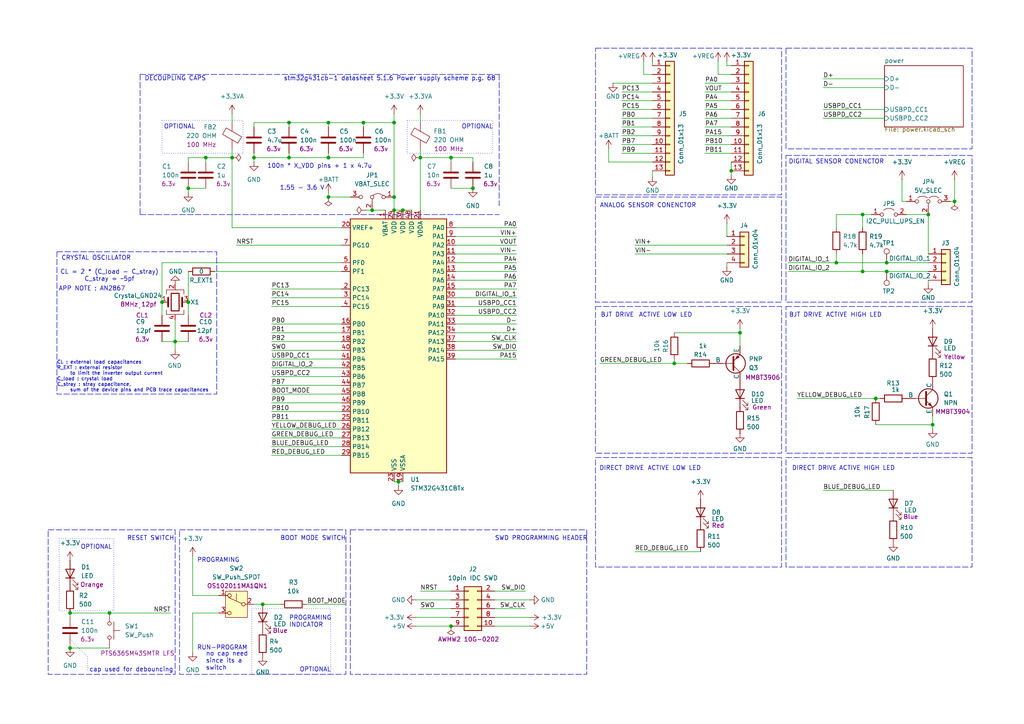
<source format=kicad_sch>
(kicad_sch (version 20250114) (generator "eeschema") (generator_version "9.0")
  (paper "A4")
  (title_block (title "MCU") (date "2025-06-11") (rev "A") (company "CAN source") (comment 1 "sirlilpanda") (comment 2 "designers:"))
  (rectangle (start 118.11 34.925) (end 142.875 44.45) (stroke (width 0) (type dot)))
  (rectangle (start 172.72 88.9) (end 226.695 131.445) (stroke (width 0) (type dash)))
  (rectangle (start 46.99 34.925) (end 70.485 44.45) (stroke (width 0) (type dot)))
  (rectangle (start 101.6 153.67) (end 170.18 195.58) (stroke (width 0) (type dash)))
  (rectangle (start 73.025 176.53) (end 95.885 195.58) (stroke (width 0) (type dot)))
  (rectangle (start 172.72 57.15) (end 226.695 87.63) (stroke (width 0) (type dash)))
  (rectangle (start 227.965 45.085) (end 281.94 87.63) (stroke (width 0) (type dash)))
  (rectangle (start 172.72 13.97) (end 226.695 56.515) (stroke (width 0) (type dash)))
  (rectangle (start 227.965 88.9) (end 281.94 131.445) (stroke (width 0) (type dash)))
  (rectangle (start 52.07 153.67) (end 100.33 195.58) (stroke (width 0) (type dash)))
  (rectangle (start 227.965 132.715) (end 281.94 164.465) (stroke (width 0) (type dash)))
  (rectangle (start 17.145 156.21) (end 33.02 177.165) (stroke (width 0) (type dot)))
  (rectangle (start 13.97 153.67) (end 50.8 195.58) (stroke (width 0) (type dash)))
  (rectangle (start 227.965 13.97) (end 281.94 43.18) (stroke (width 0) (type dash)))
  (rectangle (start 172.72 132.715) (end 226.695 164.465) (stroke (width 0) (type dash)))
  (rectangle (start 16.51 73.025) (end 62.865 114.3) (stroke (width 0) (type dash)))
  (text "DIGITAL SENSOR CONENCTOR" (at 242.57 46.99 0) (effects (font (size 1.27 1.27))))
  (text "APP NOTE : AN2867" (at 26.67 83.82 0) (effects (font (size 1.27 1.27))))
  (text "no cap need\nsince its a\nswitch" (at 59.69 191.77 0) (effects (font (size 1.27 1.27)) (justify left)))
  (text "CRYSTAL OSCILLATOR" (at 17.78 74.93 0) (effects (font (size 1.27 1.27)) (justify left)))
  (text "DECOUPLING CAPS" (at 41.91 22.86 0) (effects (font (size 1.27 1.27)) (justify left)))
  (text "," (at 40.005 88.9 0) (effects (font (size 1.27 1.27)) (justify left)))
  (text "ACTIVE LOW LED" (at 193.04 91.44 0) (effects (font (size 1.27 1.27))))
  (text "100n * X_VDD pins + 1 x 4.7u" (at 92.71 48.26 0) (effects (font (size 1.27 1.27))))
  (text "cap used for debouncing" (at 38.1 194.31 0) (effects (font (size 1.27 1.27))))
  (text "PROGRAMING\nINDICATOR" (at 83.82 180.34 0) (effects (font (size 1.27 1.27)) (justify left)))
  (text "stm32g431cb-1 datasheet 5.1.6 Power supply scheme p.g. 68" (at 113.03 22.86 0) (effects (font (size 1.27 1.27))))
  (text "RESET SWITCH" (at 36.83 156.21 0) (effects (font (size 1.27 1.27)) (justify left)))
  (text "BJT DRIVE" (at 179.07 91.44 0) (effects (font (size 1.27 1.27))))
  (text "ACTIVE HIGH LED" (at 251.46 135.89 0) (effects (font (size 1.27 1.27))))
  (text "ACTIVE HIGH LED" (at 247.65 91.44 0) (effects (font (size 1.27 1.27))))
  (text "ANALOG SENSOR CONENCTOR" (at 187.96 59.69 0) (effects (font (size 1.27 1.27))))
  (text "PROGRAMING" (at 57.15 162.56 0) (effects (font (size 1.27 1.27)) (justify left)))
  (text "DIRECT DRIVE" (at 180.34 135.89 0) (effects (font (size 1.27 1.27))))
  (text "DIRECT DRIVE" (at 236.22 135.89 0) (effects (font (size 1.27 1.27))))
  (text "OPTIONAL" (at 138.43 36.83 0) (effects (font (size 1.27 1.27))))
  (text "1.55 - 3.6 V" (at 87.63 54.61 0) (effects (font (size 1.27 1.27))))
  (text "RUN-PROGRAM" (at 57.15 187.96 0) (effects (font (size 1.27 1.27)) (justify left)))
  (text "ACTIVE LOW LED" (at 195.58 135.89 0) (effects (font (size 1.27 1.27))))
  (text "OPTIONAL" (at 52.07 36.83 0) (effects (font (size 1.27 1.27))))
  (text "CL : external load capacitances\nR_EXT : external resistor \n	to limit the inverter output current\nC_load : crystal load\nC_stray : stray capacitance, \n	sum of the device pins and PCB trace capacitances" (at 16.51 109.22 0) (effects (font (size 1 1)) (justify left)))
  (text "BJT DRIVE" (at 233.68 91.44 0) (effects (font (size 1.27 1.27))))
  (text "CL = 2 * (C_load - C_stray)\nC_stray = ~5pf\n" (at 31.75 80.01 0) (effects (font (size 1.27 1.27))))
  (text "BOOT MODE SWITCH" (at 81.28 156.21 0) (effects (font (size 1.27 1.27)) (justify left)))
  (text "OPTIONAL" (at 27.94 158.75 0) (effects (font (size 1.27 1.27))))
  (text "OPTIONAL" (at 91.44 194.31 0) (effects (font (size 1.27 1.27))))
  (text "SWD PROGRAMMING HEADER" (at 143.51 156.21 0) (effects (font (size 1.27 1.27)) (justify left)))
  (junction (at 214.63 96.52))
  (junction (at 137.16 54.61))
  (junction (at 115.57 139.7))
  (junction (at 121.92 45.72))
  (junction (at 257.175 76.2))
  (junction (at 270.51 123.19))
  (junction (at 76.2 175.26))
  (junction (at 107.95 60.96))
  (junction (at 67.31 45.72))
  (junction (at 20.32 187.96))
  (junction (at 254 115.57))
  (junction (at 212.09 49.53))
  (junction (at 269.24 62.23))
  (junction (at 130.81 181.61))
  (junction (at 59.69 45.72))
  (junction (at 195.58 105.41))
  (junction (at 54.61 54.61))
  (junction (at 130.81 45.72))
  (junction (at 54.61 87.63))
  (junction (at 50.8 99.06))
  (junction (at 276.86 58.42))
  (junction (at 242.57 76.2))
  (junction (at 105.41 35.56))
  (junction (at 95.25 45.72))
  (junction (at 73.66 45.72))
  (junction (at 83.82 45.72))
  (junction (at 95.25 57.15))
  (junction (at 114.3 57.15))
  (junction (at 31.75 177.8))
  (junction (at 250.19 62.23))
  (junction (at 250.19 78.74))
  (junction (at 46.99 87.63))
  (junction (at 114.3 60.96))
  (junction (at 83.82 35.56))
  (junction (at 114.3 35.56))
  (junction (at 257.175 78.74))
  (junction (at 116.84 60.96))
  (junction (at 20.32 177.8))
  (junction (at 95.25 35.56))
  (wire (pts (xy 68.58 71.12) (xy 99.06 71.12)))
  (wire (pts (xy 180.34 39.37) (xy 189.23 39.37)))
  (wire (pts (xy 270.51 123.19) (xy 270.51 120.65)))
  (wire (pts (xy 115.57 139.7) (xy 116.84 139.7)))
  (wire (pts (xy 46.99 76.2) (xy 46.99 87.63)))
  (wire (pts (xy 130.81 45.72) (xy 137.16 45.72)))
  (wire (pts (xy 132.08 81.28) (xy 149.86 81.28)))
  (wire (pts (xy 132.08 73.66) (xy 149.86 73.66)))
  (wire (pts (xy 99.06 96.52) (xy 78.74 96.52)))
  (wire (pts (xy 73.66 44.45) (xy 73.66 45.72)))
  (polyline (pts (xy 40.64 62.23) (xy 144.78 62.23)) (stroke (width 0) (type dash)))
  (wire (pts (xy 78.74 116.84) (xy 99.06 116.84)))
  (wire (pts (xy 46.99 87.63) (xy 46.99 91.44)))
  (wire (pts (xy 121.92 45.72) (xy 121.92 60.96)))
  (wire (pts (xy 276.86 52.07) (xy 276.86 58.42)))
  (wire (pts (xy 99.06 106.68) (xy 78.74 106.68)))
  (wire (pts (xy 254 115.57) (xy 255.27 115.57)))
  (wire (pts (xy 189.23 17.78) (xy 189.23 19.05)))
  (wire (pts (xy 204.47 29.21) (xy 212.09 29.21)))
  (wire (pts (xy 143.51 176.53) (xy 152.4 176.53)))
  (wire (pts (xy 250.19 73.66) (xy 250.19 78.74)))
  (wire (pts (xy 116.84 60.96) (xy 119.38 60.96)))
  (wire (pts (xy 46.99 99.06) (xy 50.8 99.06)))
  (polyline (pts (xy 25.4 194.31) (xy 25.4 190.5)) (stroke (width 0) (type dot)))
  (wire (pts (xy 20.32 187.96) (xy 31.75 187.96)))
  (wire (pts (xy 132.08 76.2) (xy 149.86 76.2)))
  (polyline (pts (xy 40.64 21.59) (xy 40.64 62.23)) (stroke (width 0) (type dash)))
  (wire (pts (xy 67.31 66.04) (xy 99.06 66.04)))
  (wire (pts (xy 78.74 93.98) (xy 99.06 93.98)))
  (wire (pts (xy 130.81 45.72) (xy 130.81 46.99)))
  (wire (pts (xy 132.08 83.82) (xy 149.86 83.82)))
  (wire (pts (xy 269.24 82.55) (xy 269.24 81.28)))
  (wire (pts (xy 212.09 21.59) (xy 208.28 21.59)))
  (wire (pts (xy 121.92 176.53) (xy 130.81 176.53)))
  (wire (pts (xy 78.74 83.82) (xy 99.06 83.82)))
  (wire (pts (xy 54.61 45.72) (xy 54.61 46.99)))
  (wire (pts (xy 55.88 161.29) (xy 55.88 172.72)))
  (wire (pts (xy 78.74 124.46) (xy 99.06 124.46)))
  (wire (pts (xy 83.82 44.45) (xy 83.82 45.72)))
  (wire (pts (xy 143.51 181.61) (xy 153.67 181.61)))
  (wire (pts (xy 99.06 119.38) (xy 78.74 119.38)))
  (polyline (pts (xy 40.64 21.59) (xy 144.78 21.59)) (stroke (width 0) (type dash)))
  (wire (pts (xy 73.66 45.72) (xy 83.82 45.72)))
  (wire (pts (xy 99.06 86.36) (xy 78.74 86.36)))
  (wire (pts (xy 20.32 177.8) (xy 31.75 177.8)))
  (wire (pts (xy 67.31 45.72) (xy 67.31 43.18)))
  (wire (pts (xy 132.08 99.06) (xy 149.86 99.06)))
  (wire (pts (xy 54.61 78.74) (xy 54.61 87.63)))
  (wire (pts (xy 50.8 101.6) (xy 50.8 99.06)))
  (wire (pts (xy 143.51 171.45) (xy 152.4 171.45)))
  (wire (pts (xy 132.08 88.9) (xy 149.86 88.9)))
  (wire (pts (xy 184.15 73.66) (xy 210.82 73.66)))
  (wire (pts (xy 95.25 44.45) (xy 95.25 45.72)))
  (wire (pts (xy 212.09 50.8) (xy 212.09 49.53)))
  (wire (pts (xy 189.23 24.13) (xy 177.8 24.13)))
  (wire (pts (xy 83.82 45.72) (xy 95.25 45.72)))
  (wire (pts (xy 204.47 31.75) (xy 212.09 31.75)))
  (wire (pts (xy 184.15 71.12) (xy 210.82 71.12)))
  (wire (pts (xy 99.06 129.54) (xy 78.74 129.54)))
  (wire (pts (xy 238.76 34.29) (xy 256.54 34.29)))
  (wire (pts (xy 208.28 17.78) (xy 208.28 21.59)))
  (wire (pts (xy 73.66 46.99) (xy 73.66 45.72)))
  (wire (pts (xy 121.92 45.72) (xy 130.81 45.72)))
  (wire (pts (xy 130.81 54.61) (xy 137.16 54.61)))
  (wire (pts (xy 132.08 104.14) (xy 149.86 104.14)))
  (wire (pts (xy 121.92 43.18) (xy 121.92 45.72)))
  (wire (pts (xy 121.92 33.02) (xy 121.92 35.56)))
  (wire (pts (xy 95.25 45.72) (xy 105.41 45.72)))
  (wire (pts (xy 105.41 35.56) (xy 114.3 35.56)))
  (wire (pts (xy 95.25 55.88) (xy 95.25 57.15)))
  (wire (pts (xy 176.53 46.99) (xy 189.23 46.99)))
  (polyline (pts (xy 144.78 21.59) (xy 144.78 59.69)) (stroke (width 0) (type dash)))
  (wire (pts (xy 242.57 62.23) (xy 242.57 66.04)))
  (wire (pts (xy 73.66 35.56) (xy 83.82 35.56)))
  (wire (pts (xy 99.06 127) (xy 78.74 127)))
  (wire (pts (xy 242.57 62.23) (xy 250.19 62.23)))
  (wire (pts (xy 256.54 31.75) (xy 238.76 31.75)))
  (wire (pts (xy 262.89 62.23) (xy 269.24 62.23)))
  (wire (pts (xy 189.23 51.435) (xy 189.23 49.53)))
  (wire (pts (xy 238.76 25.4) (xy 256.54 25.4)))
  (wire (pts (xy 107.95 60.96) (xy 111.76 60.96)))
  (wire (pts (xy 261.62 52.07) (xy 261.62 58.42)))
  (wire (pts (xy 214.63 100.33) (xy 214.63 96.52)))
  (wire (pts (xy 214.63 95.25) (xy 214.63 96.52)))
  (wire (pts (xy 78.74 88.9) (xy 99.06 88.9)))
  (wire (pts (xy 204.47 41.91) (xy 212.09 41.91)))
  (wire (pts (xy 204.47 36.83) (xy 212.09 36.83)))
  (wire (pts (xy 78.74 114.3) (xy 99.06 114.3)))
  (wire (pts (xy 120.65 179.07) (xy 130.81 179.07)))
  (wire (pts (xy 173.99 105.41) (xy 195.58 105.41)))
  (wire (pts (xy 189.23 21.59) (xy 186.69 21.59)))
  (wire (pts (xy 250.19 62.23) (xy 250.19 66.04)))
  (wire (pts (xy 204.47 44.45) (xy 212.09 44.45)))
  (wire (pts (xy 88.9 175.26) (xy 100.33 175.26)))
  (wire (pts (xy 54.61 55.88) (xy 54.61 54.61)))
  (wire (pts (xy 261.62 58.42) (xy 262.89 58.42)))
  (wire (pts (xy 176.53 43.18) (xy 176.53 46.99)))
  (wire (pts (xy 115.57 139.7) (xy 115.57 140.97)))
  (wire (pts (xy 242.57 73.66) (xy 242.57 76.2)))
  (wire (pts (xy 99.06 104.14) (xy 78.74 104.14)))
  (wire (pts (xy 114.3 60.96) (xy 116.84 60.96)))
  (wire (pts (xy 184.15 160.02) (xy 203.2 160.02)))
  (wire (pts (xy 81.28 175.26) (xy 76.2 175.26)))
  (wire (pts (xy 275.59 58.42) (xy 276.86 58.42)))
  (wire (pts (xy 114.3 33.02) (xy 114.3 35.56)))
  (wire (pts (xy 132.08 93.98) (xy 149.86 93.98)))
  (wire (pts (xy 132.08 66.04) (xy 149.86 66.04)))
  (wire (pts (xy 95.25 57.15) (xy 101.6 57.15)))
  (wire (pts (xy 212.09 46.99) (xy 212.09 49.53)))
  (wire (pts (xy 204.47 24.13) (xy 212.09 24.13)))
  (wire (pts (xy 54.61 87.63) (xy 54.61 91.44)))
  (wire (pts (xy 238.76 22.86) (xy 256.54 22.86)))
  (wire (pts (xy 228.6 78.74) (xy 250.19 78.74)))
  (wire (pts (xy 204.47 26.67) (xy 212.09 26.67)))
  (wire (pts (xy 114.3 35.56) (xy 114.3 57.15)))
  (wire (pts (xy 204.47 39.37) (xy 212.09 39.37)))
  (wire (pts (xy 55.88 172.72) (xy 63.5 172.72)))
  (wire (pts (xy 132.08 91.44) (xy 149.86 91.44)))
  (wire (pts (xy 46.99 76.2) (xy 99.06 76.2)))
  (wire (pts (xy 137.16 45.72) (xy 137.16 46.99)))
  (wire (pts (xy 132.08 101.6) (xy 149.86 101.6)))
  (wire (pts (xy 54.61 54.61) (xy 59.69 54.61)))
  (wire (pts (xy 55.88 177.8) (xy 55.88 189.23)))
  (wire (pts (xy 59.69 45.72) (xy 67.31 45.72)))
  (wire (pts (xy 228.6 76.2) (xy 242.57 76.2)))
  (wire (pts (xy 114.3 139.7) (xy 115.57 139.7)))
  (wire (pts (xy 270.51 124.46) (xy 270.51 123.19)))
  (wire (pts (xy 180.34 34.29) (xy 189.23 34.29)))
  (wire (pts (xy 250.19 62.23) (xy 252.73 62.23)))
  (wire (pts (xy 195.58 104.14) (xy 195.58 105.41)))
  (wire (pts (xy 180.34 44.45) (xy 189.23 44.45)))
  (wire (pts (xy 121.92 171.45) (xy 130.81 171.45)))
  (wire (pts (xy 132.08 86.36) (xy 149.86 86.36)))
  (wire (pts (xy 180.34 36.83) (xy 189.23 36.83)))
  (wire (pts (xy 73.66 35.56) (xy 73.66 36.83)))
  (wire (pts (xy 20.32 179.07) (xy 20.32 177.8)))
  (wire (pts (xy 242.57 76.2) (xy 257.175 76.2)))
  (polyline (pts (xy 20.32 185.42) (xy 25.4 190.5)) (stroke (width 0) (type dot)))
  (wire (pts (xy 143.51 179.07) (xy 153.67 179.07)))
  (wire (pts (xy 50.8 99.06) (xy 54.61 99.06)))
  (wire (pts (xy 55.88 177.8) (xy 63.5 177.8)))
  (wire (pts (xy 106.045 60.96) (xy 107.95 60.96)))
  (wire (pts (xy 132.08 68.58) (xy 149.86 68.58)))
  (wire (pts (xy 210.82 77.47) (xy 210.82 76.2)))
  (wire (pts (xy 204.47 34.29) (xy 212.09 34.29)))
  (wire (pts (xy 62.23 78.74) (xy 99.06 78.74)))
  (wire (pts (xy 105.41 35.56) (xy 105.41 36.83)))
  (wire (pts (xy 195.58 96.52) (xy 214.63 96.52)))
  (wire (pts (xy 20.32 186.69) (xy 20.32 187.96)))
  (wire (pts (xy 254 123.19) (xy 270.51 123.19)))
  (wire (pts (xy 114.3 57.15) (xy 114.3 60.96)))
  (wire (pts (xy 95.25 35.56) (xy 105.41 35.56)))
  (wire (pts (xy 95.25 35.56) (xy 95.25 36.83)))
  (wire (pts (xy 149.86 78.74) (xy 132.08 78.74)))
  (wire (pts (xy 50.8 92.71) (xy 50.8 99.06)))
  (wire (pts (xy 132.08 96.52) (xy 149.86 96.52)))
  (wire (pts (xy 250.19 78.74) (xy 257.175 78.74)))
  (wire (pts (xy 180.34 26.67) (xy 189.23 26.67)))
  (wire (pts (xy 105.41 44.45) (xy 105.41 45.72)))
  (wire (pts (xy 78.74 109.22) (xy 99.06 109.22)))
  (wire (pts (xy 269.24 62.23) (xy 269.24 73.66)))
  (wire (pts (xy 257.175 78.74) (xy 269.24 78.74)))
  (wire (pts (xy 186.69 17.78) (xy 186.69 21.59)))
  (wire (pts (xy 99.06 121.92) (xy 78.74 121.92)))
  (wire (pts (xy 238.76 142.24) (xy 259.08 142.24)))
  (wire (pts (xy 67.31 45.72) (xy 67.31 66.04)))
  (wire (pts (xy 257.175 76.2) (xy 269.24 76.2)))
  (wire (pts (xy 210.82 17.78) (xy 210.82 19.05)))
  (wire (pts (xy 83.82 35.56) (xy 83.82 36.83)))
  (wire (pts (xy 67.31 33.02) (xy 67.31 35.56)))
  (wire (pts (xy 99.06 111.76) (xy 78.74 111.76)))
  (wire (pts (xy 78.74 101.6) (xy 99.06 101.6)))
  (wire (pts (xy 132.08 71.12) (xy 149.86 71.12)))
  (wire (pts (xy 180.34 31.75) (xy 189.23 31.75)))
  (wire (pts (xy 210.82 64.77) (xy 210.82 68.58)))
  (wire (pts (xy 153.67 173.99) (xy 143.51 173.99)))
  (wire (pts (xy 78.74 132.08) (xy 99.06 132.08)))
  (wire (pts (xy 130.81 181.61) (xy 120.65 181.61)))
  (wire (pts (xy 99.06 99.06) (xy 78.74 99.06)))
  (wire (pts (xy 83.82 35.56) (xy 95.25 35.56)))
  (wire (pts (xy 231.14 115.57) (xy 254 115.57)))
  (wire (pts (xy 54.61 45.72) (xy 59.69 45.72)))
  (wire (pts (xy 180.34 29.21) (xy 189.23 29.21)))
  (wire (pts (xy 180.34 41.91) (xy 189.23 41.91)))
  (wire (pts (xy 120.65 173.99) (xy 130.81 173.99)))
  (wire (pts (xy 195.58 105.41) (xy 199.39 105.41)))
  (wire (pts (xy 31.75 177.8) (xy 49.53 177.8)))
  (wire (pts (xy 59.69 45.72) (xy 59.69 46.99)))
  (wire (pts (xy 210.82 19.05) (xy 212.09 19.05)))
  (wire (pts (xy 73.66 175.26) (xy 76.2 175.26)))
  (label "PA7" (at 149.86 83.82 180))
  (label "PC14" (at 180.34 29.21 0))
  (label "NRST" (at 121.92 171.45 0))
  (label "USBPD_CC2" (at 78.74 109.22 0))
  (label "USBPD_CC1" (at 149.86 88.9 180))
  (label "GREEN_DEBUG_LED" (at 173.99 105.41 0))
  (label "VIN+" (at 184.15 71.12 0))
  (label "USBPD_CC2" (at 238.76 34.29 0))
  (label "PB2" (at 180.34 39.37 0))
  (label "SW_DIO" (at 149.86 101.6 180))
  (label "SW_CLK" (at 149.86 99.06 180))
  (label "PB9" (at 78.74 116.84 0))
  (label "USBPD_CC1" (at 78.74 104.14 0))
  (label "USBPD_CC2" (at 149.86 91.44 180))
  (label "SWO" (at 78.74 101.6 0))
  (label "PC13" (at 78.74 83.82 0))
  (label "PB7" (at 78.74 111.76 0))
  (label "PB2" (at 78.74 99.06 0))
  (label "PC13" (at 180.34 26.67 0))
  (label "DIGITAL_IO_1" (at 228.6 76.2 0))
  (label "PC15" (at 78.74 88.9 0))
  (label "PB0" (at 180.34 34.29 0))
  (label "PB0" (at 78.74 93.98 0))
  (label "PA15" (at 149.86 104.14 180))
  (label "PA7" (at 204.47 36.83 0))
  (label "BLUE_DEBUG_LED" (at 238.76 142.24 0))
  (label "PA15" (at 204.47 39.37 0))
  (label "NRST" (at 68.58 71.12 0))
  (label "PB11" (at 78.74 121.92 0))
  (label "SW_DIO" (at 152.4 171.45 180))
  (label "PB10" (at 78.74 119.38 0))
  (label "DIGITAL_IO_1" (at 149.86 86.36 180))
  (label "DIGITAL_IO_2" (at 228.6 78.74 0))
  (label "PA6" (at 204.47 34.29 0))
  (label "PA0" (at 204.47 24.13 0))
  (label "PA4" (at 149.86 76.2 180))
  (label "PB9" (at 180.34 44.45 0))
  (label "USBPD_CC1" (at 238.76 31.75 0))
  (label "GREEN_DEBUG_LED" (at 78.74 127 0))
  (label "PB1" (at 180.34 36.83 0))
  (label "YELLOW_DEBUG_LED" (at 78.74 124.46 0))
  (label "YELLOW_DEBUG_LED" (at 231.14 115.57 0))
  (label "PA0" (at 149.86 66.04 180))
  (label "PB1" (at 78.74 96.52 0))
  (label "VIN-" (at 149.86 73.66 180))
  (label "SW_CLK" (at 152.4 176.53 180))
  (label "DIGITAL_IO_2" (at 78.74 106.68 0))
  (label "PA4" (at 204.47 29.21 0))
  (label "PA5" (at 149.86 78.74 180))
  (label "PA5" (at 204.47 31.75 0))
  (label "BOOT_MODE" (at 78.74 114.3 0))
  (label "BLUE_DEBUG_LED" (at 78.74 129.54 0))
  (label "PB7" (at 180.34 41.91 0))
  (label "PC15" (at 180.34 31.75 0))
  (label "BOOT_MODE" (at 100.33 175.26 180))
  (label "PC14" (at 78.74 86.36 0))
  (label "D-" (at 149.86 93.98 180))
  (label "D-" (at 238.76 25.4 0))
  (label "PB11" (at 204.47 44.45 0))
  (label "SWO" (at 121.92 176.53 0))
  (label "VIN-" (at 184.15 73.66 0))
  (label "PA6" (at 149.86 81.28 180))
  (label "VOUT" (at 149.86 71.12 180))
  (label "RED_DEBUG_LED" (at 184.15 160.02 0))
  (label "NRST" (at 49.53 177.8 180))
  (label "RED_DEBUG_LED" (at 78.74 132.08 0))
  (label "VOUT" (at 204.47 26.67 0))
  (label "D+" (at 149.86 96.52 180))
  (label "VIN+" (at 149.86 68.58 180))
  (label "D+" (at 238.76 22.86 0))
  (label "PB10" (at 204.47 41.91 0))
  (symbol (lib_id "Connector:TestPoint") (at 257.175 76.2 0) (unit 1) (in_bom no)
    (property "Reference" "TP1" (at 255.905 70.485 0) (effects (justify left)))
    (property "Value" "DIGITAL_IO_1" (at 257.81 74.93 0) (effects (justify left)))
    (property "Footprint" "TestPoint:TestPoint_Pad_D3.0mm" (effects (hide yes)))
    (property "Description" "test point" (effects (hide yes)))
  )
  (symbol (lib_id "Device:R") (at 259.08 153.67 0) (unit 1)
    (property "Reference" "R10" (at 260.985 153.035 0) (effects (justify left)))
    (property "Value" "500" (at 260.985 155.575 0) (effects (justify left)))
    (property "Footprint" "Resistor_SMD:R_0603_1608Metric_Pad0.98x0.95mm_HandSolder" (effects (hide yes)))
    (property "Datasheet" "https://www.yageo.com/upload/media/product/app/datasheet/rchip/pyu-rt_1-to-0.01_rohs_l.pdf" (effects (hide yes)))
    (property "Description" "Resistor" (effects (hide yes)))
    (property "supplier_link" "https://www.digikey.co.nz/en/products/detail/yageo/RT0603BRD07500RL/17019950" (effects (hide yes)))
    (property "Part Number" "RT0603BRD07500RL" (effects (hide yes)))
  )
  (symbol (lib_id "power:+3.3V") (at 203.2 144.78 0) (unit 1)
    (property "Reference" "#PWR037" (effects (hide yes)))
    (property "Value" "+3.3V" (at 203.2 139.7 0))
    (property "Description" "Power symbol creates a global label with name \"+3.3V\"" (effects (hide yes)))
  )
  (symbol (lib_id "power:+3.3V") (at 210.82 64.77 0) (unit 1)
    (property "Reference" "#PWR046" (effects (hide yes)))
    (property "Value" "+3.3V" (at 210.82 59.69 0))
    (property "Description" "Power symbol creates a global label with name \"+3.3V\"" (effects (hide yes)))
  )
  (symbol (lib_id "power:+3.3V") (at 214.63 95.25 0) (unit 1)
    (property "Reference" "#PWR040" (effects (hide yes)))
    (property "Value" "+3.3V" (at 214.63 90.17 0))
    (property "Description" "Power symbol creates a global label with name \"+3.3V\"" (effects (hide yes)))
  )
  (symbol (lib_id "Device:C") (at 73.66 40.64 0) (unit 1)
    (property "Reference" "C3" (at 77.47 38.1 0) (effects (justify left)))
    (property "Value" "4.7u" (at 77.47 40.64 0) (effects (justify left)))
    (property "Footprint" "Capacitor_SMD:C_0603_1608Metric_Pad1.08x0.95mm_HandSolder" (effects (hide yes)))
    (property "Datasheet" "https://content.kemet.com/datasheets/KEM_C1006_X5R_SMD.pdf" (effects (hide yes)))
    (property "Description" "Unpolarized capacitor" (effects (hide yes)))
    (property "voltage" "6.3v" (at 79.375 43.18 0))
    (property "rating" "X5R" (effects (hide yes)))
    (property "supplier_link" "https://www.digikey.co.nz/en/products/detail/kemet/C0603C475K9PACTU/754744" (effects (hide yes)))
    (property "Part Number" "C0603C475K9PACTU" (effects (hide yes)))
  )
  (symbol (lib_id "power:+3.3V") (at 55.88 161.29 0) (unit 1)
    (property "Reference" "#PWR013" (effects (hide yes)))
    (property "Value" "+3.3V" (at 55.88 156.21 0))
    (property "Description" "Power symbol creates a global label with name \"+3.3V\"" (effects (hide yes)))
  )
  (symbol (lib_id "Connector_Generic:Conn_02x05_Odd_Even") (at 135.89 176.53 0) (unit 1)
    (property "Reference" "J2" (at 137.16 165.1 0))
    (property "Value" "10pin IDC SWD" (at 137.16 167.64 0))
    (property "Footprint" "Connector_IDC:IDC-Header_2x05_P2.54mm_Vertical" (effects (hide yes)))
    (property "Datasheet" "https://www.assmann-wsw.com/uploads/datasheets/ASS_2317_CO.pdf" (effects (hide yes)))
    (property "Description" "Generic connector, double row, 02x05, odd/even pin numbering scheme (row 1 odd numbers, row 2 even numbers), script generated (kicad-library-utils/schlib/autogen/connector/)" (effects (hide yes)))
    (property "supplier_link" "https://www.digikey.co.nz/en/products/detail/assmann-wsw-components/AWHW2-10G-0202/5051801" (effects (hide yes)))
    (property "Part Number" "AWHW2 10G-0202" (at 135.89 185.42 0))
  )
  (symbol (lib_id "power:+BATT") (at 176.53 43.18 0) (unit 1)
    (property "Reference" "#PWR058" (effects (hide yes)))
    (property "Value" "+BATT" (at 176.53 39.37 0))
    (property "Description" "Power symbol creates a global label with name \"+BATT\"" (effects (hide yes)))
  )
  (symbol (lib_id "power:PWR_FLAG") (at 121.92 45.72 90) (unit 1)
    (property "Reference" "#FLG08" (effects (hide yes)))
    (property "Value" "PWR_FLAG" (effects (hide yes)))
    (property "Description" "Special symbol for telling ERC where power comes from" (effects (hide yes)))
  )
  (symbol (lib_id "Connector_Generic:Conn_01x13") (at 194.31 34.29 0) (unit 1) (in_bom no)
    (property "Reference" "J5" (at 196.85 33.0199 0) (effects (justify left)))
    (property "Value" "Conn_01x13" (at 197.485 47.625 90) (effects (justify left)))
    (property "Footprint" "Connector_PinHeader_2.54mm:PinHeader_1x13_P2.54mm_Vertical" (effects (hide yes)))
    (property "Description" "Generic connector, single row, 01x13, script generated (kicad-library-utils/schlib/autogen/connector/)" (effects (hide yes)))
  )
  (symbol (lib_id "power:VBUS") (at 276.86 52.07 0) (unit 1)
    (property "Reference" "#PWR044" (effects (hide yes)))
    (property "Value" "+VREG" (at 276.86 46.99 0))
    (property "Description" "Power symbol creates a global label with name \"VBUS\"" (effects (hide yes)))
  )
  (symbol (lib_id "Device:LED") (at 259.08 146.05 90) (unit 1)
    (property "Reference" "D7" (at 262.255 146.05 90) (effects (justify right)))
    (property "Value" "LED" (at 262.255 147.955 90) (effects (justify right)))
    (property "Footprint" "Diode_SMD:D_0603_1608Metric_Pad1.05x0.95mm_HandSolder" (effects (hide yes)))
    (property "Datasheet" "https://www.we-online.com/components/products/datasheet/150060BS75000.pdf" (effects (hide yes)))
    (property "Description" "Light emitting diode" (effects (hide yes)))
    (property "Colour" "Blue" (at 264.16 149.86 90))
    (property "supplier_link" "https://www.digikey.co.nz/en/products/detail/w%C3%BCrth-elektronik/150060BS75000/4489895" (effects (hide yes)))
    (property "Part Number" "150060BS75000" (effects (hide yes)))
  )
  (symbol (lib_id "power:GND") (at 189.23 51.435 0) (unit 1)
    (property "Reference" "#PWR050" (effects (hide yes)))
    (property "Value" "GND" (at 189.23 55.245 0))
    (property "Description" "Power symbol creates a global label with name \"GND\" , ground" (effects (hide yes)))
  )
  (symbol (lib_id "power:PWR_FLAG") (at 276.86 58.42 180) (unit 1)
    (property "Reference" "#FLG03" (effects (hide yes)))
    (property "Value" "PWR_FLAG" (effects (hide yes)))
    (property "Description" "Special symbol for telling ERC where power comes from" (effects (hide yes)))
  )
  (symbol (lib_id "power:+3.3V") (at 114.3 33.02 0) (unit 1)
    (property "Reference" "#PWR05" (effects (hide yes)))
    (property "Value" "+3.3V" (at 114.3 27.94 0))
    (property "Description" "Power symbol creates a global label with name \"+3.3V\"" (effects (hide yes)))
  )
  (symbol (lib_id "power:+3.3V") (at 120.65 179.07 90) (unit 1)
    (property "Reference" "#PWR019" (effects (hide yes)))
    (property "Value" "+3.3V" (at 114.3 179.07 90))
    (property "Description" "Power symbol creates a global label with name \"+3.3V\"" (effects (hide yes)))
  )
  (symbol (lib_id "power:VBUS") (at 186.69 17.78 0) (unit 1)
    (property "Reference" "#PWR056" (effects (hide yes)))
    (property "Value" "+VREG" (at 182.372 16.256 0))
    (property "Description" "Power symbol creates a global label with name \"VBUS\"" (effects (hide yes)))
  )
  (symbol (lib_id "Device:R") (at 85.09 175.26 90) (unit 1)
    (property "Reference" "R3" (at 85.09 168.91 90))
    (property "Value" "10k" (at 85.09 171.45 90))
    (property "Footprint" "Resistor_SMD:R_0603_1608Metric_Pad0.98x0.95mm_HandSolder" (effects (hide yes)))
    (property "Datasheet" "https://www.yageo.com/upload/media/product/products/datasheet/rchip/PYu-RC_Group_51_RoHS_L_12.pdf" (effects (hide yes)))
    (property "Description" "Resistor" (effects (hide yes)))
    (property "supplier_link" "https://www.digikey.co.nz/en/products/detail/yageo/RC0603FR-071KL/726880" (effects (hide yes)))
    (property "Part Number" "RC0603FR-0710KL" (effects (hide yes)))
  )
  (symbol (lib_id "Device:R") (at 259.08 115.57 90) (unit 1)
    (property "Reference" "R13" (at 260.985 111.125 90) (effects (justify left)))
    (property "Value" "1k" (at 260.985 113.03 90) (effects (justify left)))
    (property "Footprint" "Resistor_SMD:R_0603_1608Metric_Pad0.98x0.95mm_HandSolder" (effects (hide yes)))
    (property "Datasheet" "https://www.yageo.com/upload/media/product/products/datasheet/rchip/PYu-RC_Group_51_RoHS_L_12.pdf" (effects (hide yes)))
    (property "Description" "Resistor" (effects (hide yes)))
    (property "supplier_link" "https://www.digikey.co.nz/en/products/detail/yageo/RC0603FR-071KL/726880" (effects (hide yes)))
    (property "Part Number" "RC0603FR-0710KL" (effects (hide yes)))
  )
  (symbol (lib_id "PCM_4ms_Connector:Conn_01x04") (at 274.32 76.2 0) (unit 1) (in_bom no)
    (property "Reference" "J3" (at 273.05 70.485 0) (effects (justify left)))
    (property "Value" "Conn_01x04" (at 277.495 83.185 90) (effects (justify left)))
    (property "Footprint" "Connector_PinHeader_2.54mm:PinHeader_1x04_P2.54mm_Vertical" (effects (hide yes)))
    (property "Description" "HEADER 1x4 MALE PINS 0.100” 180deg" (effects (hide yes)))
    (property "Specifications" "HEADER 1x4 MALE PINS 0.100” 180deg" (effects (hide yes)))
    (property "Manufacturer" "TAD" (effects (hide yes)))
    (property "Part Number" "1-0401FBV0T" (effects (hide yes)))
  )
  (symbol (lib_id "Device:R") (at 254 119.38 180) (unit 1)
    (property "Reference" "R17" (at 251.46 117.602 90) (effects (justify left)))
    (property "Value" "10k" (at 248.666 117.602 90) (effects (justify left)))
    (property "Footprint" "Resistor_SMD:R_0603_1608Metric_Pad0.98x0.95mm_HandSolder" (effects (hide yes)))
    (property "Datasheet" "https://www.yageo.com/upload/media/product/products/datasheet/rchip/PYu-RC_Group_51_RoHS_L_12.pdf" (effects (hide yes)))
    (property "Description" "Resistor" (effects (hide yes)))
    (property "supplier_link" "https://www.digikey.co.nz/en/products/detail/yageo/RC0603FR-071KL/726880" (effects (hide yes)))
    (property "Part Number" "RC0603FR-0710KL" (effects (hide yes)))
  )
  (symbol (lib_id "Device:C") (at 46.99 95.25 0) (unit 1)
    (property "Reference" "C9" (at 39.37 93.345 0) (effects (justify left)))
    (property "Value" "12pf" (at 39.37 95.885 0) (effects (justify left)))
    (property "Footprint" "Capacitor_SMD:C_0603_1608Metric_Pad1.08x0.95mm_HandSolder" (effects (hide yes)))
    (property "Datasheet" "https://content.kemet.com/datasheets/KEM_C1002_X7R_SMD.pdf" (effects (hide yes)))
    (property "Description" "Unpolarized capacitor" (effects (hide yes)))
    (property "voltage" "6.3v" (at 41.275 98.425 0))
    (property "rating" "X7R" (effects (hide yes)))
    (property "supplier_link" "https://www.digikey.co.nz/en/products/detail/kemet/C0603C120K9RAC7411/18190315" (effects (hide yes)))
    (property "Part Number" "C0603C120K9RAC7411" (effects (hide yes)))
    (property "CL" "CL1" (at 41.275 91.44 0))
  )
  (symbol (lib_id "power:GND") (at 50.8 82.55 180) (unit 1)
    (property "Reference" "#PWR09" (effects (hide yes)))
    (property "Value" "GND" (at 48.895 78.74 0) (effects (justify right)))
    (property "Description" "Power symbol creates a global label with name \"GND\" , ground" (effects (hide yes)))
  )
  (symbol (lib_id "Device:LED") (at 203.2 148.59 90) (unit 1)
    (property "Reference" "D8" (at 206.375 148.59 90) (effects (justify right)))
    (property "Value" "LED" (at 206.375 150.495 90) (effects (justify right)))
    (property "Footprint" "Diode_SMD:D_0603_1608Metric_Pad1.05x0.95mm_HandSolder" (effects (hide yes)))
    (property "Datasheet" "https://www.we-online.com/components/products/datasheet/150060RS75000.pdf" (effects (hide yes)))
    (property "Description" "Light emitting diode" (effects (hide yes)))
    (property "Colour" "Red" (at 208.28 152.4 90))
    (property "supplier_link" "https://www.digikey.co.nz/en/products/detail/w%C3%BCrth-elektronik/150060RS75000/4489901" (effects (hide yes)))
    (property "Part Number" "150060RS75000" (effects (hide yes)))
  )
  (symbol (lib_id "power:GND") (at 54.61 55.88 0) (unit 1)
    (property "Reference" "#PWR01" (effects (hide yes)))
    (property "Value" "GND" (at 54.61 60.96 0))
    (property "Description" "Power symbol creates a global label with name \"GND\" , ground" (effects (hide yes)))
  )
  (symbol (lib_id "Device:C") (at 54.61 95.25 180) (unit 1)
    (property "Reference" "C10" (at 61.595 93.345 0) (effects (justify left)))
    (property "Value" "12pf" (at 61.595 95.885 0) (effects (justify left)))
    (property "Footprint" "Capacitor_SMD:C_0603_1608Metric_Pad1.08x0.95mm_HandSolder" (effects (hide yes)))
    (property "Datasheet" "https://content.kemet.com/datasheets/KEM_C1002_X7R_SMD.pdf" (effects (hide yes)))
    (property "Description" "Unpolarized capacitor" (effects (hide yes)))
    (property "voltage" "6.3v" (at 59.69 98.425 0))
    (property "rating" "X7R" (effects (hide yes)))
    (property "supplier_link" "https://www.digikey.co.nz/en/products/detail/kemet/C0603C120K9RAC7411/18190315" (effects (hide yes)))
    (property "Part Number" "C0603C120K9RAC7411" (effects (hide yes)))
    (property "CL" "CL2" (at 59.69 91.44 0))
  )
  (symbol (lib_id "Device:R") (at 20.32 173.99 0) (unit 1)
    (property "Reference" "R2" (at 22.86 172.7199 0) (effects (justify left)))
    (property "Value" "500" (at 22.86 175.2599 0) (effects (justify left)))
    (property "Footprint" "Resistor_SMD:R_0603_1608Metric_Pad0.98x0.95mm_HandSolder" (effects (hide yes)))
    (property "Datasheet" "https://www.yageo.com/upload/media/product/app/datasheet/rchip/pyu-rt_1-to-0.01_rohs_l.pdf" (effects (hide yes)))
    (property "Description" "Resistor" (effects (hide yes)))
    (property "supplier_link" "https://www.digikey.co.nz/en/products/detail/yageo/RT0603BRD07500RL/17019950" (effects (hide yes)))
    (property "Part Number" "RT0603BRD07500RL" (effects (hide yes)))
  )
  (symbol (lib_id "power:GND") (at 20.32 187.96 0) (unit 1)
    (property "Reference" "#PWR012" (effects (hide yes)))
    (property "Value" "GND" (at 20.32 193.04 0))
    (property "Description" "Power symbol creates a global label with name \"GND\" , ground" (effects (hide yes)))
  )
  (symbol (lib_id "power:GND") (at 153.67 173.99 90) (unit 1)
    (property "Reference" "#PWR016" (effects (hide yes)))
    (property "Value" "GND" (at 156.845 173.9899 90) (effects (justify right)))
    (property "Description" "Power symbol creates a global label with name \"GND\" , ground" (effects (hide yes)))
  )
  (symbol (lib_id "power:GND") (at 214.63 125.73 0) (unit 1)
    (property "Reference" "#PWR041" (effects (hide yes)))
    (property "Value" "GND" (at 214.63 130.175 0))
    (property "Description" "Power symbol creates a global label with name \"GND\" , ground" (effects (hide yes)))
  )
  (symbol (lib_id "power:PWR_FLAG") (at 130.81 181.61 180) (unit 1)
    (property "Reference" "#FLG07" (effects (hide yes)))
    (property "Value" "PWR_FLAG" (effects (hide yes)))
    (property "Description" "Special symbol for telling ERC where power comes from" (effects (hide yes)))
  )
  (symbol (lib_id "Jumper:Jumper_2_Open") (at 257.81 62.23 0) (unit 1) (in_bom no)
    (property "Reference" "JP5" (at 257.81 59.055 0))
    (property "Value" "I2C_PULL_UPS_EN" (at 259.715 64.135 0))
    (property "Footprint" "Connector_PinHeader_2.54mm:PinHeader_1x02_P2.54mm_Vertical" (effects (hide yes)))
    (property "Description" "Jumper, 2-pole, open" (effects (hide yes)))
  )
  (symbol (lib_id "power:GND") (at 50.8 101.6 0) (unit 1)
    (property "Reference" "#PWR010" (effects (hide yes)))
    (property "Value" "GND" (at 52.705 106.045 0) (effects (justify right)))
    (property "Description" "Power symbol creates a global label with name \"GND\" , ground" (effects (hide yes)))
  )
  (symbol (lib_id "Switch:SW_Push_SPDT") (at 68.58 175.26 0) (mirror y) (unit 1)
    (property "Reference" "SW2" (at 68.58 164.846 0))
    (property "Value" "SW_Push_SPDT" (at 68.58 167.386 0))
    (property "Footprint" "Button_Switch_THT:SW_Slide_SPDT_Angled_CK_OS102011MA1Q" (effects (hide yes)))
    (property "Datasheet" "https://www.ckswitches.com/media/1428/os.pdf" (effects (hide yes)))
    (property "Description" "Momentary Switch, single pole double throw" (effects (hide yes)))
    (property "supplier_link" "https://www.digikey.co.nz/en/products/detail/c-k/OS102011MA1QN1/1981430" (effects (hide yes)))
    (property "Part Number" "OS102011MA1QN1" (at 68.834 169.926 0))
  )
  (symbol (lib_id "Device:R") (at 270.51 106.68 0) (unit 1)
    (property "Reference" "R12" (at 272.415 106.045 0) (effects (justify left)))
    (property "Value" "500" (at 272.415 108.585 0) (effects (justify left)))
    (property "Footprint" "Resistor_SMD:R_0603_1608Metric_Pad0.98x0.95mm_HandSolder" (effects (hide yes)))
    (property "Datasheet" "https://www.yageo.com/upload/media/product/app/datasheet/rchip/pyu-rt_1-to-0.01_rohs_l.pdf" (effects (hide yes)))
    (property "Description" "Resistor" (effects (hide yes)))
    (property "supplier_link" "https://www.digikey.co.nz/en/products/detail/yageo/RT0603BRD07500RL/17019950" (effects (hide yes)))
    (property "Part Number" "RT0603BRD07500RL" (effects (hide yes)))
  )
  (symbol (lib_id "power:GND") (at 259.08 157.48 0) (unit 1)
    (property "Reference" "#PWR036" (effects (hide yes)))
    (property "Value" "GND" (at 259.08 161.925 0))
    (property "Description" "Power symbol creates a global label with name \"GND\" , ground" (effects (hide yes)))
  )
  (symbol (lib_id "power:+5V") (at 153.67 181.61 270) (mirror x) (unit 1)
    (property "Reference" "#PWR020" (effects (hide yes)))
    (property "Value" "+5V" (at 158.75 181.61 90))
    (property "Description" "Power symbol creates a global label with name \"+5V\"" (effects (hide yes)))
  )
  (symbol (lib_id "Connector_Generic:Conn_01x13") (at 217.17 34.29 0) (unit 1) (in_bom no)
    (property "Reference" "J6" (at 219.71 33.0199 0) (effects (justify left)))
    (property "Value" "Conn_01x13" (at 220.345 47.625 90) (effects (justify left)))
    (property "Footprint" "Connector_PinHeader_2.54mm:PinHeader_1x13_P2.54mm_Vertical" (effects (hide yes)))
    (property "Description" "Generic connector, single row, 01x13, script generated (kicad-library-utils/schlib/autogen/connector/)" (effects (hide yes)))
  )
  (symbol (lib_id "power:VBUS") (at 208.28 17.78 0) (unit 1)
    (property "Reference" "#PWR054" (effects (hide yes)))
    (property "Value" "+VREG" (at 203.962 16.256 0))
    (property "Description" "Power symbol creates a global label with name \"VBUS\"" (effects (hide yes)))
  )
  (symbol (lib_id "Device:R") (at 76.2 186.69 0) (unit 1)
    (property "Reference" "R4" (at 78.105 186.055 0) (effects (justify left)))
    (property "Value" "500" (at 78.105 188.595 0) (effects (justify left)))
    (property "Footprint" "Resistor_SMD:R_0603_1608Metric_Pad0.98x0.95mm_HandSolder" (effects (hide yes)))
    (property "Datasheet" "https://www.yageo.com/upload/media/product/app/datasheet/rchip/pyu-rt_1-to-0.01_rohs_l.pdf" (effects (hide yes)))
    (property "Description" "Resistor" (effects (hide yes)))
    (property "supplier_link" "https://www.digikey.co.nz/en/products/detail/yageo/RT0603BRD07500RL/17019950" (effects (hide yes)))
    (property "Part Number" "RT0603BRD07500RL" (effects (hide yes)))
  )
  (symbol (lib_id "Device:C") (at 95.25 40.64 0) (unit 1)
    (property "Reference" "C5" (at 98.425 38.1 0) (effects (justify left)))
    (property "Value" "100n" (at 98.425 40.64 0) (effects (justify left)))
    (property "Footprint" "Capacitor_SMD:C_0603_1608Metric_Pad1.08x0.95mm_HandSolder" (effects (hide yes)))
    (property "Datasheet" "https://content.kemet.com/datasheets/KEM_C1006_X5R_SMD.pdf" (effects (hide yes)))
    (property "Description" "Unpolarized capacitor" (effects (hide yes)))
    (property "voltage" "6.3v" (at 100.33 43.18 0))
    (property "rating" "X5R" (effects (hide yes)))
    (property "supplier_link" "https://www.digikey.co.nz/en/products/detail/kemet/C0603C104K9PACTU/8572410" (effects (hide yes)))
    (property "Part Number" "C0603C104K9PACTU" (effects (hide yes)))
  )
  (symbol (lib_id "Switch:SW_Push") (at 31.75 182.88 270) (unit 1)
    (property "Reference" "SW1" (at 36.195 181.6099 90) (effects (justify left)))
    (property "Value" "SW_Push" (at 36.195 184.1499 90) (effects (justify left)))
    (property "Footprint" "Button_Switch_SMD:SW_Tactile_SPST_NO_Straight_CK_PTS636Sx25SMTRLFS" (effects (hide yes)))
    (property "Datasheet" "https://www.ckswitches.com/media/2779/pts636.pdf" (effects (hide yes)))
    (property "Description" "Push button switch, generic, two pins" (effects (hide yes)))
    (property "supplier_link" "https://www.digikey.co.nz/en/products/detail/c-k/PTS636SM43SMTR-LFS/10071723" (effects (hide yes)))
    (property "Part Number" "PTS636SM43SMTR LFS" (at 39.878 189.484 90))
  )
  (symbol (lib_id "Device:LED") (at 270.51 99.06 90) (unit 1)
    (property "Reference" "D9" (at 273.685 99.06 90) (effects (justify right)))
    (property "Value" "LED" (at 273.685 100.965 90) (effects (justify right)))
    (property "Footprint" "Diode_SMD:D_0603_1608Metric_Pad1.05x0.95mm_HandSolder" (effects (hide yes)))
    (property "Datasheet" "https://www.we-online.com/components/products/datasheet/150060YS75000.pdf" (effects (hide yes)))
    (property "Description" "Light emitting diode" (effects (hide yes)))
    (property "Colour" "Yellow" (at 276.86 103.505 90))
    (property "supplier_link" "https://www.digikey.co.nz/en/products/detail/w%C3%BCrth-elektronik/150060YS75000/4489909" (effects (hide yes)))
    (property "Part Number" "150060YS75000" (effects (hide yes)))
  )
  (symbol (lib_id "power:PWR_FLAG") (at 95.25 57.15 180) (unit 1)
    (property "Reference" "#FLG06" (effects (hide yes)))
    (property "Value" "PWR_FLAG" (effects (hide yes)))
    (property "Description" "Special symbol for telling ERC where power comes from" (effects (hide yes)))
  )
  (symbol (lib_id "power:GND") (at 269.24 82.55 0) (unit 1)
    (property "Reference" "#PWR045" (effects (hide yes)))
    (property "Value" "GND" (at 269.24 86.36 0))
    (property "Description" "Power symbol creates a global label with name \"GND\" , ground" (effects (hide yes)))
  )
  (symbol (lib_id "power:GND") (at 76.2 190.5 0) (unit 1)
    (property "Reference" "#PWR015" (effects (hide yes)))
    (property "Value" "GND" (at 76.2 194.945 0))
    (property "Description" "Power symbol creates a global label with name \"GND\" , ground" (effects (hide yes)))
  )
  (symbol (lib_id "Simulation_SPICE:NPN") (at 267.97 115.57 0) (unit 1)
    (property "Reference" "Q1" (at 273.685 114.2999 0) (effects (justify left)))
    (property "Value" "NPN" (at 273.685 116.8399 0) (effects (justify left)))
    (property "Footprint" "Package_TO_SOT_SMD:TSOT-23_HandSoldering" (effects (hide yes)))
    (property "Datasheet" "https://diotec.com/request/datasheet/mmbt3904.pdf" (effects (hide yes)))
    (property "Description" "Bipolar transistor symbol for simulation only, substrate tied to the emitter" (effects (hide yes)))
    (property "Sim.Device" "NPN" (effects (hide yes)))
    (property "Sim.Type" "GUMMELPOON" (effects (hide yes)))
    (property "Sim.Pins" "1=C 2=B 3=E" (effects (hide yes)))
    (property "supplier_link" "https://www.digikey.co.nz/en/products/detail/diotec-semiconductor/MMBT3904/13163698" (effects (hide yes)))
    (property "Part Number" "MMBT3904" (at 276.352 119.38 0))
  )
  (symbol (lib_id "power:+3.3V") (at 153.67 179.07 270) (unit 1)
    (property "Reference" "#PWR021" (effects (hide yes)))
    (property "Value" "+3.3V" (at 160.02 179.07 90))
    (property "Description" "Power symbol creates a global label with name \"+3.3V\"" (effects (hide yes)))
  )
  (symbol (lib_id "Device:C") (at 130.81 50.8 0) (unit 1)
    (property "Reference" "C7" (at 123.825 48.26 0) (effects (justify left)))
    (property "Value" "10n" (at 123.825 50.8 0) (effects (justify left)))
    (property "Footprint" "Capacitor_SMD:C_0603_1608Metric_Pad1.08x0.95mm_HandSolder" (effects (hide yes)))
    (property "Datasheet" "https://content.kemet.com/datasheets/KEM_C1002_X7R_SMD.pdf" (effects (hide yes)))
    (property "Description" "Unpolarized capacitor" (effects (hide yes)))
    (property "voltage" "6.3v" (at 125.73 53.34 0))
    (property "rating" "X7R" (effects (hide yes)))
    (property "supplier_link" "https://www.digikey.co.nz/en/products/detail/kemet/C0603C103K9RACTU/2199760" (effects (hide yes)))
    (property "Part Number" "C0603C103K9RACTU" (effects (hide yes)))
  )
  (symbol (lib_id "Device:LED") (at 20.32 166.37 90) (unit 1)
    (property "Reference" "D1" (at 23.495 164.465 90) (effects (justify right)))
    (property "Value" "LED" (at 23.495 167.005 90) (effects (justify right)))
    (property "Footprint" "Diode_SMD:D_0603_1608Metric_Pad1.05x0.95mm_HandSolder" (effects (hide yes)))
    (property "Datasheet" "https://www.we-online.com/catalog/datasheet/150060AS75000.pdf" (effects (hide yes)))
    (property "Description" "Light emitting diode" (effects (hide yes)))
    (property "Colour" "Orange" (at 26.67 169.545 90))
    (property "supplier_link" "https://www.digikey.co.nz/en/products/detail/w%C3%BCrth-elektronik/150060AS75000/10468254" (effects (hide yes)))
    (property "Part Number" "150060AS75000" (effects (hide yes)))
  )
  (symbol (lib_id "Device:R") (at 203.2 156.21 0) (unit 1)
    (property "Reference" "R11" (at 205.105 155.575 0) (effects (justify left)))
    (property "Value" "500" (at 205.105 158.115 0) (effects (justify left)))
    (property "Footprint" "Resistor_SMD:R_0603_1608Metric_Pad0.98x0.95mm_HandSolder" (effects (hide yes)))
    (property "Datasheet" "https://www.yageo.com/upload/media/product/app/datasheet/rchip/pyu-rt_1-to-0.01_rohs_l.pdf" (effects (hide yes)))
    (property "Description" "Resistor" (effects (hide yes)))
    (property "supplier_link" "https://www.digikey.co.nz/en/products/detail/yageo/RT0603BRD07500RL/17019950" (effects (hide yes)))
    (property "Part Number" "RT0603BRD07500RL" (effects (hide yes)))
  )
  (symbol (lib_id "power:+3.3V") (at 261.62 52.07 0) (unit 1)
    (property "Reference" "#PWR042" (effects (hide yes)))
    (property "Value" "+3.3V" (at 261.62 46.99 0))
    (property "Description" "Power symbol creates a global label with name \"+3.3V\"" (effects (hide yes)))
  )
  (symbol (lib_id "Device:R") (at 214.63 121.92 0) (unit 1)
    (property "Reference" "R15" (at 216.535 121.285 0) (effects (justify left)))
    (property "Value" "500" (at 216.535 123.825 0) (effects (justify left)))
    (property "Footprint" "Resistor_SMD:R_0603_1608Metric_Pad0.98x0.95mm_HandSolder" (effects (hide yes)))
    (property "Datasheet" "https://www.yageo.com/upload/media/product/app/datasheet/rchip/pyu-rt_1-to-0.01_rohs_l.pdf" (effects (hide yes)))
    (property "Description" "Resistor" (effects (hide yes)))
    (property "supplier_link" "https://www.digikey.co.nz/en/products/detail/yageo/RT0603BRD07500RL/17019950" (effects (hide yes)))
    (property "Part Number" "RT0603BRD07500RL" (effects (hide yes)))
  )
  (symbol (lib_id "power:GND") (at 210.82 77.47 0) (unit 1)
    (property "Reference" "#PWR047" (effects (hide yes)))
    (property "Value" "GND" (at 210.82 81.28 0))
    (property "Description" "Power symbol creates a global label with name \"GND\" , ground" (effects (hide yes)))
  )
  (symbol (lib_id "power:+5V") (at 120.65 181.61 90) (unit 1)
    (property "Reference" "#PWR018" (effects (hide yes)))
    (property "Value" "+5V" (at 115.57 181.61 90))
    (property "Description" "Power symbol creates a global label with name \"+5V\"" (effects (hide yes)))
  )
  (symbol (lib_id "power:+3.3V") (at 121.92 33.02 0) (unit 1)
    (property "Reference" "#PWR06" (effects (hide yes)))
    (property "Value" "+3.3VA" (at 121.92 27.94 0))
    (property "Description" "Power symbol creates a global label with name \"+3.3V\"" (effects (hide yes)))
  )
  (symbol (lib_id "power:GND") (at 212.09 50.8 0) (unit 1)
    (property "Reference" "#PWR049" (effects (hide yes)))
    (property "Value" "GND" (at 212.09 54.61 0))
    (property "Description" "Power symbol creates a global label with name \"GND\" , ground" (effects (hide yes)))
  )
  (symbol (lib_id "power:GND") (at 137.16 54.61 0) (unit 1)
    (property "Reference" "#PWR07" (effects (hide yes)))
    (property "Value" "GND" (at 137.16 59.69 0))
    (property "Description" "Power symbol creates a global label with name \"GND\" , ground" (effects (hide yes)))
  )
  (symbol (lib_id "power:PWR_FLAG") (at 106.045 60.96 90) (unit 1)
    (property "Reference" "#FLG04" (effects (hide yes)))
    (property "Value" "PWR_FLAG" (effects (hide yes)))
    (property "Description" "Special symbol for telling ERC where power comes from" (effects (hide yes)))
  )
  (symbol (lib_id "MCU_ST_STM32G4:STM32G431CBTx") (at 114.3 101.6 0) (unit 1)
    (property "Reference" "U1" (at 119.0341 139.065 0) (effects (justify left)))
    (property "Value" "STM32G431CBTx" (at 119.0341 141.605 0) (effects (justify left)))
    (property "Footprint" "Package_QFP:LQFP-48_7x7mm_P0.5mm" (effects (hide yes)))
    (property "Datasheet" "https://www.st.com/resource/en/datasheet/stm32g431cb.pdf" (effects (hide yes)))
    (property "Description" "STMicroelectronics Arm Cortex-M4 MCU, 128KB flash, 32KB RAM, 170 MHz, 1.71-3.6V, 38 GPIO, LQFP48" (effects (hide yes)))
    (property "supplier_link" "https://www.digikey.co.nz/en/products/detail/stmicroelectronics/STM32G431CBT6/10231567" (effects (hide yes)))
    (property "Part Number" "STM32G431CBT6" (effects (hide yes)))
  )
  (symbol (lib_id "Device:LED") (at 214.63 114.3 90) (unit 1)
    (property "Reference" "D10" (at 217.805 114.3 90) (effects (justify right)))
    (property "Value" "LED" (at 217.805 116.205 90) (effects (justify right)))
    (property "Footprint" "Diode_SMD:D_0603_1608Metric_Pad1.05x0.95mm_HandSolder" (effects (hide yes)))
    (property "Datasheet" "https://www.we-online.com/components/products/datasheet/150060VS75000.pdf" (effects (hide yes)))
    (property "Description" "Light emitting diode" (effects (hide yes)))
    (property "Colour" "Green" (at 220.98 118.11 90))
    (property "supplier_link" "https://www.digikey.co.nz/en/products/detail/w%C3%BCrth-elektronik/150060VS75000/4489906" (effects (hide yes)))
    (property "Part Number" "150060VS75000" (effects (hide yes)))
  )
  (symbol (lib_id "power:+3.3V") (at 210.82 17.78 0) (unit 1)
    (property "Reference" "#PWR048" (effects (hide yes)))
    (property "Value" "+3.3V" (at 214.884 16.002 0))
    (property "Description" "Power symbol creates a global label with name \"+3.3V\"" (effects (hide yes)))
  )
  (symbol (lib_id "power:GND") (at 115.57 140.97 0) (unit 1)
    (property "Reference" "#PWR08" (effects (hide yes)))
    (property "Value" "GND" (at 115.57 146.05 0))
    (property "Description" "Power symbol creates a global label with name \"GND\" , ground" (effects (hide yes)))
  )
  (symbol (lib_id "Device:C") (at 20.32 182.88 0) (unit 1)
    (property "Reference" "C11" (at 23.495 180.34 0) (effects (justify left)))
    (property "Value" "100n" (at 23.495 182.88 0) (effects (justify left)))
    (property "Footprint" "Capacitor_SMD:C_0603_1608Metric_Pad1.08x0.95mm_HandSolder" (effects (hide yes)))
    (property "Datasheet" "https://content.kemet.com/datasheets/KEM_C1006_X5R_SMD.pdf" (effects (hide yes)))
    (property "Description" "Unpolarized capacitor" (effects (hide yes)))
    (property "voltage" "6.3v" (at 25.4 185.42 0))
    (property "rating" "X5R" (effects (hide yes)))
    (property "supplier_link" "https://www.digikey.co.nz/en/products/detail/kemet/C0603C104K9PACTU/8572410" (effects (hide yes)))
    (property "Part Number" "C0603C104K9PACTU" (effects (hide yes)))
  )
  (symbol (lib_id "power:+3.3V") (at 20.32 162.56 0) (unit 1)
    (property "Reference" "#PWR011" (effects (hide yes)))
    (property "Value" "+3.3V" (at 20.32 157.48 0))
    (property "Description" "Power symbol creates a global label with name \"+3.3V\"" (effects (hide yes)))
  )
  (symbol (lib_id "Device:R") (at 203.2 105.41 90) (unit 1)
    (property "Reference" "R14" (at 205.105 102.87 90) (effects (justify left)))
    (property "Value" "1k" (at 205.105 100.33 90) (effects (justify left)))
    (property "Footprint" "Resistor_SMD:R_0603_1608Metric_Pad0.98x0.95mm_HandSolder" (effects (hide yes)))
    (property "Datasheet" "https://www.yageo.com/upload/media/product/products/datasheet/rchip/PYu-RC_Group_51_RoHS_L_12.pdf" (effects (hide yes)))
    (property "Description" "Resistor" (effects (hide yes)))
    (property "supplier_link" "https://www.digikey.co.nz/en/products/detail/yageo/RC0603FR-071KL/726880" (effects (hide yes)))
    (property "Part Number" "RC0603FR-0710KL" (effects (hide yes)))
  )
  (symbol (lib_id "power:GND") (at 73.66 46.99 0) (unit 1)
    (property "Reference" "#PWR03" (effects (hide yes)))
    (property "Value" "GND" (at 73.66 52.07 0))
    (property "Description" "Power symbol creates a global label with name \"GND\" , ground" (effects (hide yes)))
  )
  (symbol (lib_id "power:GND") (at 120.65 173.99 270) (unit 1)
    (property "Reference" "#PWR017" (effects (hide yes)))
    (property "Value" "GND" (at 115.57 173.99 90))
    (property "Description" "Power symbol creates a global label with name \"GND\" , ground" (effects (hide yes)))
  )
  (symbol (lib_id "Device:Crystal_GND24") (at 50.8 87.63 0) (unit 1)
    (property "Reference" "X1" (at 56.515 87.63 0))
    (property "Value" "Crystal_GND24" (at 40.005 85.725 0))
    (property "Footprint" "Crystal:Crystal_SMD_3225-4Pin_3.2x2.5mm_HandSoldering" (effects (hide yes)))
    (property "Datasheet" "https://mm.digikey.com/Volume0/opasdata/d220001/medias/docus/6209/12.60049.pdf" (effects (hide yes)))
    (property "Description" "Four pin crystal, GND on pins 2 and 4" (effects (hide yes)))
    (property "LoadCapacitance" "12pf" (at 43.18 88.265 0))
    (property "frequency" "8MHz" (at 37.465 88.265 0))
    (property "supplier_link" "https://www.digikey.co.nz/en/products/detail/geyer-electronic-america-inc/12-60049/23544180" (effects (hide yes)))
    (property "Part Number" "12.60049" (effects (hide yes)))
  )
  (symbol (lib_id "Device:C") (at 83.82 40.64 0) (unit 1)
    (property "Reference" "C4" (at 86.995 38.1 0) (effects (justify left)))
    (property "Value" "100n" (at 86.995 40.64 0) (effects (justify left)))
    (property "Footprint" "Capacitor_SMD:C_0603_1608Metric_Pad1.08x0.95mm_HandSolder" (effects (hide yes)))
    (property "Datasheet" "https://content.kemet.com/datasheets/KEM_C1006_X5R_SMD.pdf" (effects (hide yes)))
    (property "Description" "Unpolarized capacitor" (effects (hide yes)))
    (property "voltage" "6.3v" (at 88.9 43.18 0))
    (property "rating" "X5R" (effects (hide yes)))
    (property "supplier_link" "https://www.digikey.co.nz/en/products/detail/kemet/C0603C104K9PACTU/8572410" (effects (hide yes)))
    (property "Part Number" "C0603C104K9PACTU" (effects (hide yes)))
  )
  (symbol (lib_id "power:+3.3V") (at 270.51 95.25 0) (unit 1)
    (property "Reference" "#PWR038" (effects (hide yes)))
    (property "Value" "+3.3V" (at 270.51 90.17 0))
    (property "Description" "Power symbol creates a global label with name \"+3.3V\"" (effects (hide yes)))
  )
  (symbol (lib_id "Jumper:Jumper_3_Bridged12") (at 107.95 57.15 0) (mirror y) (unit 1) (in_bom no)
    (property "Reference" "JP1" (at 107.95 50.8 0))
    (property "Value" "VBAT_SLEC" (at 107.95 53.34 0))
    (property "Footprint" "Jumper:SolderJumper-3_P1.3mm_Open_Pad1.0x1.5mm_NumberLabels" (effects (hide yes)))
    (property "Description" "Jumper, 3-pole, pins 1+2 closed/bridged" (effects (hide yes)))
  )
  (symbol (lib_id "Device:LED") (at 76.2 179.07 90) (unit 1)
    (property "Reference" "D2" (at 79.375 179.07 90) (effects (justify right)))
    (property "Value" "LED" (at 79.375 180.975 90) (effects (justify right)))
    (property "Footprint" "Diode_SMD:D_0603_1608Metric_Pad1.05x0.95mm_HandSolder" (effects (hide yes)))
    (property "Datasheet" "https://www.we-online.com/components/products/datasheet/150060BS75000.pdf" (effects (hide yes)))
    (property "Description" "Light emitting diode" (effects (hide yes)))
    (property "Colour" "Blue" (at 81.28 182.88 90))
    (property "supplier_link" "https://www.digikey.co.nz/en/products/detail/w%C3%BCrth-elektronik/150060BS75000/4489895" (effects (hide yes)))
    (property "Part Number" "150060BS75000" (effects (hide yes)))
  )
  (symbol (lib_id "Device:C") (at 137.16 50.8 0) (unit 1)
    (property "Reference" "C8" (at 140.335 48.26 0) (effects (justify left)))
    (property "Value" "1u" (at 140.335 50.8 0) (effects (justify left)))
    (property "Footprint" "Capacitor_SMD:C_0603_1608Metric_Pad1.08x0.95mm_HandSolder" (effects (hide yes)))
    (property "Datasheet" "https://content.kemet.com/datasheets/KEM_C1002_X7R_SMD.pdf" (effects (hide yes)))
    (property "Description" "Unpolarized capacitor" (effects (hide yes)))
    (property "voltage" "6.3v" (at 142.24 53.34 0))
    (property "rating" "X7R" (effects (hide yes)))
    (property "supplier_link" "https://www.digikey.co.nz/en/products/detail/kemet/C0603C105K9RACTU/2199792" (effects (hide yes)))
    (property "Part Number" "C0603C105K9RACTU" (effects (hide yes)))
  )
  (symbol (lib_id "power:+BATT") (at 95.25 55.88 0) (unit 1)
    (property "Reference" "#PWR04" (effects (hide yes)))
    (property "Value" "+BATT" (at 95.25 52.07 0))
    (property "Description" "Power symbol creates a global label with name \"+BATT\"" (effects (hide yes)))
  )
  (symbol (lib_id "Device:R") (at 195.58 100.33 180) (unit 1)
    (property "Reference" "R16" (at 193.04 98.425 90) (effects (justify left)))
    (property "Value" "10k" (at 190.5 98.425 90) (effects (justify left)))
    (property "Footprint" "Resistor_SMD:R_0603_1608Metric_Pad0.98x0.95mm_HandSolder" (effects (hide yes)))
    (property "Datasheet" "https://www.yageo.com/upload/media/product/products/datasheet/rchip/PYu-RC_Group_51_RoHS_L_12.pdf" (effects (hide yes)))
    (property "Description" "Resistor" (effects (hide yes)))
    (property "supplier_link" "https://www.digikey.co.nz/en/products/detail/yageo/RC0603FR-071KL/726880" (effects (hide yes)))
    (property "Part Number" "RC0603FR-0710KL" (effects (hide yes)))
  )
  (symbol (lib_id "Device:C") (at 54.61 50.8 0) (unit 1)
    (property "Reference" "C1" (at 46.99 48.26 0) (effects (justify left)))
    (property "Value" "100n" (at 46.99 50.8 0) (effects (justify left)))
    (property "Footprint" "Capacitor_SMD:C_0603_1608Metric_Pad1.08x0.95mm_HandSolder" (effects (hide yes)))
    (property "Datasheet" "https://content.kemet.com/datasheets/KEM_C1002_X7R_SMD.pdf" (effects (hide yes)))
    (property "Description" "Unpolarized capacitor" (effects (hide yes)))
    (property "voltage" "6.3v" (at 48.895 53.34 0))
    (property "rating" "X7R" (effects (hide yes)))
    (property "supplier_link" "https://www.digikey.co.nz/en/products/detail/kemet/C0603C104K9RACTU/2199778" (effects (hide yes)))
    (property "Part Number" "C0603C104K9RACTU" (effects (hide yes)))
  )
  (symbol (lib_id "power:GND") (at 270.51 124.46 0) (unit 1)
    (property "Reference" "#PWR039" (effects (hide yes)))
    (property "Value" "GND" (at 270.51 128.905 0))
    (property "Description" "Power symbol creates a global label with name \"GND\" , ground" (effects (hide yes)))
  )
  (symbol (lib_id "Device:FerriteBead") (at 67.31 39.37 0) (unit 1)
    (property "Reference" "FB2" (at 59.055 36.83 0) (effects (justify left)))
    (property "Value" "220 OHM" (at 53.975 39.37 0) (effects (justify left)))
    (property "Footprint" "Inductor_SMD:L_0603_1608Metric_Pad1.05x0.95mm_HandSolder" (effects (hide yes)))
    (property "Datasheet" "https://www.bourns.com/docs/Product-Datasheets/mh.pdf" (effects (hide yes)))
    (property "Description" "Ferrite bead" (effects (hide yes)))
    (property "Field5" "MH1608" (effects (hide yes)))
    (property "Frequency" "100 MHz" (at 58.42 41.9609 0))
    (property "supplier_link" "https://www.digikey.co.nz/en/products/detail/bourns-inc/MH1608-221Y/2563313" (effects (hide yes)))
    (property "Part Number" "MH1608-221Y" (effects (hide yes)))
  )
  (symbol (lib_id "PCM_4ms_Connector:Conn_01x04") (at 215.9 71.12 0) (unit 1) (in_bom no)
    (property "Reference" "J4" (at 214.63 65.405 0) (effects (justify left)))
    (property "Value" "Conn_01x04" (at 219.075 78.105 90) (effects (justify left)))
    (property "Footprint" "Connector_PinHeader_2.54mm:PinHeader_1x04_P2.54mm_Vertical" (effects (hide yes)))
    (property "Description" "HEADER 1x4 MALE PINS 0.100” 180deg" (effects (hide yes)))
    (property "Specifications" "HEADER 1x4 MALE PINS 0.100” 180deg" (effects (hide yes)))
    (property "Manufacturer" "TAD" (effects (hide yes)))
    (property "Part Number" "1-0401FBV0T" (effects (hide yes)))
  )
  (symbol (lib_id "Device:R") (at 58.42 78.74 90) (unit 1)
    (property "Reference" "R_EXT1" (at 58.42 81.28 90))
    (property "Value" "0" (at 58.42 78.74 90))
    (property "Footprint" "Resistor_SMD:R_0603_1608Metric_Pad0.98x0.95mm_HandSolder" (effects (hide yes)))
    (property "Datasheet" "https://www.yageo.com/upload/media/product/products/datasheet/rchip/PYu-RC_Group_51_RoHS_L_12.pdf" (effects (hide yes)))
    (property "Description" "Resistor" (effects (hide yes)))
    (property "supplier_link" "https://www.digikey.co.nz/en/products/detail/yageo/RC0603JR-070RL/726675" (effects (hide yes)))
    (property "Part Number" "RC0603JR-070RL" (effects (hide yes)))
  )
  (symbol (lib_id "Simulation_SPICE:PNP") (at 212.09 105.41 0) (mirror x) (unit 1)
    (property "Reference" "Q3" (at 217.17 106.6801 0) (effects (justify left)))
    (property "Value" "PNP" (at 217.17 104.1401 0) (effects (justify left)))
    (property "Footprint" "Package_TO_SOT_SMD:TSOT-23_HandSoldering" (effects (hide yes)))
    (property "Datasheet" "https://ngspice.sourceforge.io/docs/ngspice-html-manual/manual.xhtml#cha_BJTs" (effects (hide yes)))
    (property "Description" "Bipolar transistor symbol for simulation only, substrate tied to the emitter" (effects (hide yes)))
    (property "Sim.Device" "PNP" (effects (hide yes)))
    (property "Sim.Type" "GUMMELPOON" (effects (hide yes)))
    (property "Sim.Pins" "1=C 2=B 3=E" (effects (hide yes)))
    (property "supplier_link" "https://www.digikey.co.nz/en/products/detail/diotec-semiconductor/MMBT3906/13163222" (effects (hide yes)))
    (property "Part Number" "MMBT3906" (at 221.234 109.474 0))
  )
  (symbol (lib_id "Device:C") (at 59.69 50.8 0) (unit 1)
    (property "Reference" "C2" (at 62.865 48.26 0) (effects (justify left)))
    (property "Value" "1u" (at 62.865 50.8 0) (effects (justify left)))
    (property "Footprint" "Capacitor_SMD:C_0603_1608Metric_Pad1.08x0.95mm_HandSolder" (effects (hide yes)))
    (property "Datasheet" "https://content.kemet.com/datasheets/KEM_C1002_X7R_SMD.pdf" (effects (hide yes)))
    (property "Description" "Unpolarized capacitor" (effects (hide yes)))
    (property "voltage" "6.3v" (at 64.77 53.34 0))
    (property "rating" "X7R" (effects (hide yes)))
    (property "supplier_link" "https://www.digikey.co.nz/en/products/detail/kemet/C0603C105K9RACTU/2199792" (effects (hide yes)))
    (property "Part Number" "C0603C105K9RACTU" (effects (hide yes)))
  )
  (symbol (lib_id "Device:FerriteBead") (at 121.92 39.37 0) (unit 1)
    (property "Reference" "FB1" (at 125.73 38.0491 0) (effects (justify left)))
    (property "Value" "220 OHM" (at 125.73 40.5891 0) (effects (justify left)))
    (property "Footprint" "Inductor_SMD:L_0603_1608Metric_Pad1.05x0.95mm_HandSolder" (effects (hide yes)))
    (property "Datasheet" "https://www.bourns.com/docs/Product-Datasheets/mh.pdf" (effects (hide yes)))
    (property "Description" "Ferrite bead" (effects (hide yes)))
    (property "Field5" "MH1608" (effects (hide yes)))
    (property "Frequency" "100 MHz" (at 130.175 43.18 0))
    (property "supplier_link" "https://www.digikey.co.nz/en/products/detail/bourns-inc/MH1608-221Y/2563313" (effects (hide yes)))
    (property "Part Number" "MH1608-221Y" (effects (hide yes)))
  )
  (symbol (lib_id "power:+3.3V") (at 189.23 17.78 0) (unit 1)
    (property "Reference" "#PWR053" (effects (hide yes)))
    (property "Value" "+3.3V" (at 193.548 16.002 0))
    (property "Description" "Power symbol creates a global label with name \"+3.3V\"" (effects (hide yes)))
  )
  (symbol (lib_id "power:+3.3V") (at 67.31 33.02 0) (unit 1)
    (property "Reference" "#PWR02" (effects (hide yes)))
    (property "Value" "+3.3VA" (at 67.31 27.94 0))
    (property "Description" "Power symbol creates a global label with name \"+3.3V\"" (effects (hide yes)))
  )
  (symbol (lib_id "Device:R") (at 250.19 69.85 0) (unit 1)
    (property "Reference" "R19" (at 252.095 68.5799 0) (effects (justify left)))
    (property "Value" "4.7k" (at 252.095 71.1199 0) (effects (justify left)))
    (property "Footprint" "Resistor_SMD:R_0603_1608Metric_Pad0.98x0.95mm_HandSolder" (effects (hide yes)))
    (property "Datasheet" "https://www.yageo.com/upload/media/product/products/datasheet/rchip/PYu-RC_Group_51_RoHS_L_12.pdf" (effects (hide yes)))
    (property "Description" "Resistor" (effects (hide yes)))
    (property "supplier_link" "https://www.digikey.co.nz/en/products/detail/yageo/RC0603FR-074K7L/727212" (effects (hide yes)))
    (property "Part Number" "RC0603FR-074K7L" (effects (hide yes)))
  )
  (symbol (lib_id "Device:C") (at 105.41 40.64 0) (unit 1)
    (property "Reference" "C6" (at 108.585 38.1 0) (effects (justify left)))
    (property "Value" "100n" (at 108.585 40.64 0) (effects (justify left)))
    (property "Footprint" "Capacitor_SMD:C_0603_1608Metric_Pad1.08x0.95mm_HandSolder" (effects (hide yes)))
    (property "Datasheet" "https://content.kemet.com/datasheets/KEM_C1006_X5R_SMD.pdf" (effects (hide yes)))
    (property "Description" "Unpolarized capacitor" (effects (hide yes)))
    (property "voltage" "6.3v" (at 110.49 43.18 0))
    (property "rating" "X5R" (effects (hide yes)))
    (property "supplier_link" "https://www.digikey.co.nz/en/products/detail/kemet/C0603C104K9PACTU/8572410" (effects (hide yes)))
    (property "Part Number" "C0603C104K9PACTU" (effects (hide yes)))
  )
  (symbol (lib_id "Connector:TestPoint") (at 257.175 78.74 180) (unit 1) (in_bom no)
    (property "Reference" "TP2" (at 255.905 84.455 0) (effects (justify right)))
    (property "Value" "DIGITAL_IO_2" (at 257.81 80.01 0) (effects (justify right)))
    (property "Footprint" "TestPoint:TestPoint_Pad_D3.0mm" (effects (hide yes)))
    (property "Description" "test point" (effects (hide yes)))
  )
  (symbol (lib_id "power:GND") (at 55.88 189.23 0) (unit 1)
    (property "Reference" "#PWR014" (effects (hide yes)))
    (property "Value" "GND" (at 55.88 194.31 0))
    (property "Description" "Power symbol creates a global label with name \"GND\" , ground" (effects (hide yes)))
  )
  (symbol (lib_id "Jumper:Jumper_3_Open") (at 269.24 58.42 0) (unit 1) (in_bom no)
    (property "Reference" "JP4" (at 269.24 52.705 0))
    (property "Value" "5V_SLEC" (at 269.24 55.245 0))
    (property "Footprint" "Connector_PinHeader_2.54mm:PinHeader_1x03_P2.54mm_Vertical" (effects (hide yes)))
    (property "Description" "Jumper, 3-pole, both open" (effects (hide yes)))
  )
  (symbol (lib_id "power:GND") (at 177.8 24.13 0) (unit 1)
    (property "Reference" "#PWR057" (effects (hide yes)))
    (property "Value" "GND" (at 177.8 27.94 0))
    (property "Description" "Power symbol creates a global label with name \"GND\" , ground" (effects (hide yes)))
  )
  (symbol (lib_id "Device:R") (at 242.57 69.85 0) (unit 1)
    (property "Reference" "R18" (at 244.475 68.5799 0) (effects (justify left)))
    (property "Value" "4.7k" (at 244.475 71.1199 0) (effects (justify left)))
    (property "Footprint" "Resistor_SMD:R_0603_1608Metric_Pad0.98x0.95mm_HandSolder" (effects (hide yes)))
    (property "Datasheet" "https://www.yageo.com/upload/media/product/products/datasheet/rchip/PYu-RC_Group_51_RoHS_L_12.pdf" (effects (hide yes)))
    (property "Description" "Resistor" (effects (hide yes)))
    (property "supplier_link" "https://www.digikey.co.nz/en/products/detail/yageo/RC0603FR-074K7L/727212" (effects (hide yes)))
    (property "Part Number" "RC0603FR-074K7L" (effects (hide yes)))
  )
  (symbol (lib_id "power:PWR_FLAG") (at 67.31 45.72 270) (unit 1)
    (property "Reference" "#FLG05" (effects (hide yes)))
    (property "Value" "PWR_FLAG" (effects (hide yes)))
    (property "Description" "Special symbol for telling ERC where power comes from" (effects (hide yes)))
  )
  (sheet (at 256.54 19.05) (size 22.86 17.78) (stroke (width 0.1524))
    (property "Sheetname" "power" (at 256.54 18.3384 0) (effects (justify left bottom)))
    (property "Sheetfile" "power.kicad_sch" (at 256.54 36.7796 0) (effects (justify left top)))
    (pin "D+" input (at 256.54 22.86 180))
    (pin "USBPD_CC2" input (at 256.54 34.29 180))
    (pin "USBPD_CC1" input (at 256.54 31.75 180))
    (pin "D-" input (at 256.54 25.4 180))
  )
)
</source>
